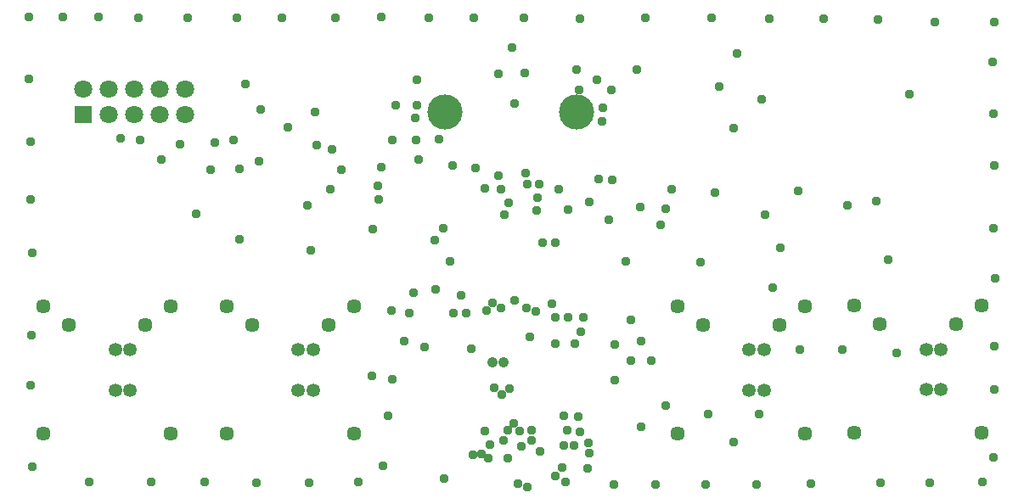
<source format=gbs>
G04*
G04 #@! TF.GenerationSoftware,Altium Limited,Altium Designer,21.2.2 (38)*
G04*
G04 Layer_Color=16711935*
%FSLAX25Y25*%
%MOIN*%
G70*
G04*
G04 #@! TF.SameCoordinates,A8DC1787-E1FC-4306-BF81-433DAE83029F*
G04*
G04*
G04 #@! TF.FilePolarity,Negative*
G04*
G01*
G75*
%ADD33C,0.04173*%
%ADD34C,0.05709*%
%ADD35C,0.05315*%
%ADD36C,0.07087*%
%ADD37R,0.07087X0.07087*%
%ADD38C,0.13780*%
%ADD39C,0.03740*%
D33*
X189764Y54331D02*
D03*
X194095D02*
D03*
D34*
X371828Y69195D02*
D03*
X341828D02*
D03*
X381828Y26479D02*
D03*
X331828D02*
D03*
X381828Y76479D02*
D03*
X331828D02*
D03*
X13409Y76279D02*
D03*
X63409D02*
D03*
X13409Y26280D02*
D03*
X63409D02*
D03*
X23409Y68996D02*
D03*
X53409D02*
D03*
X302402D02*
D03*
X272402D02*
D03*
X312402Y26280D02*
D03*
X262402D02*
D03*
X312402Y76279D02*
D03*
X262402D02*
D03*
X125236Y68996D02*
D03*
X95236D02*
D03*
X135236Y26280D02*
D03*
X85236D02*
D03*
X135236Y76279D02*
D03*
X85236D02*
D03*
D35*
X359978Y59353D02*
D03*
Y43605D02*
D03*
X365883D02*
D03*
Y59353D02*
D03*
X47464Y59153D02*
D03*
X41558Y43406D02*
D03*
X47464D02*
D03*
X41558Y59153D02*
D03*
X290551D02*
D03*
Y43406D02*
D03*
X296457D02*
D03*
Y59153D02*
D03*
X113386D02*
D03*
Y43406D02*
D03*
X119291D02*
D03*
Y59153D02*
D03*
D36*
X69055Y161516D02*
D03*
X59055D02*
D03*
X69055Y151516D02*
D03*
X59055D02*
D03*
X49055Y161516D02*
D03*
Y151516D02*
D03*
X29055Y161516D02*
D03*
X39055Y151516D02*
D03*
Y161516D02*
D03*
D37*
X29055Y151516D02*
D03*
D38*
X170984Y152539D02*
D03*
X222716Y152539D02*
D03*
D39*
X173071Y93996D02*
D03*
X179331Y73622D02*
D03*
X177281Y80560D02*
D03*
X167514Y82974D02*
D03*
X204350Y64372D02*
D03*
X174409Y73622D02*
D03*
X158563Y81693D02*
D03*
X168855Y141831D02*
D03*
X159252Y150394D02*
D03*
X160039Y155217D02*
D03*
X197237Y178030D02*
D03*
X198327Y156028D02*
D03*
X202354Y167811D02*
D03*
X192027Y167642D02*
D03*
X150000Y74592D02*
D03*
X194437Y112167D02*
D03*
X207283Y119095D02*
D03*
X203248Y124138D02*
D03*
X202756Y128609D02*
D03*
X207087Y113878D02*
D03*
X196063Y117028D02*
D03*
X192913Y122146D02*
D03*
X192126Y127657D02*
D03*
X146653Y13484D02*
D03*
X187303Y74606D02*
D03*
X213071Y77461D02*
D03*
X198425Y78740D02*
D03*
X190419Y44243D02*
D03*
X163189Y60138D02*
D03*
X189676Y77495D02*
D03*
X193071Y75492D02*
D03*
X150461Y47486D02*
D03*
X170430Y106988D02*
D03*
X166931Y102263D02*
D03*
X299843Y83563D02*
D03*
X345036Y94488D02*
D03*
X348232Y57956D02*
D03*
X326926Y59252D02*
D03*
X310549Y59252D02*
D03*
X302615Y99213D02*
D03*
X236813Y125857D02*
D03*
X231552Y126181D02*
D03*
X271414Y93799D02*
D03*
X242182Y93898D02*
D03*
X294446Y33957D02*
D03*
X248087Y28937D02*
D03*
X284308Y23031D02*
D03*
X274374Y34021D02*
D03*
X257697Y37356D02*
D03*
X142651Y106569D02*
D03*
X118461Y98327D02*
D03*
X90491Y102518D02*
D03*
X73481Y112697D02*
D03*
X353501Y159547D02*
D03*
X295472Y157579D02*
D03*
X285630Y175787D02*
D03*
X246519Y169327D02*
D03*
X278839Y162500D02*
D03*
X284547Y146260D02*
D03*
X309813Y121793D02*
D03*
X296611Y112303D02*
D03*
X277123Y120965D02*
D03*
X257665Y114569D02*
D03*
X259997Y122146D02*
D03*
X255666Y108169D02*
D03*
X247595Y115256D02*
D03*
X227812Y117421D02*
D03*
X235390Y110335D02*
D03*
X219403Y114341D02*
D03*
X215784Y122441D02*
D03*
X208028Y124213D02*
D03*
X385981Y172343D02*
D03*
X386276Y152067D02*
D03*
X386572Y131791D02*
D03*
X386337Y106925D02*
D03*
X386965Y87303D02*
D03*
X386670Y60532D02*
D03*
X386769Y43602D02*
D03*
X386276Y17028D02*
D03*
X382144Y7144D02*
D03*
X361473Y6890D02*
D03*
X341887Y6988D02*
D03*
X314721Y6496D02*
D03*
X293363Y6299D02*
D03*
X273481Y6201D02*
D03*
X253796D02*
D03*
X237457Y6299D02*
D03*
X137064Y7283D02*
D03*
X117772Y7087D02*
D03*
X97005D02*
D03*
X76828Y7185D02*
D03*
X55863D02*
D03*
X31453Y7382D02*
D03*
X9209Y13386D02*
D03*
X8422Y45374D02*
D03*
X8816Y64961D02*
D03*
X9013Y97146D02*
D03*
X8520Y118405D02*
D03*
X8324Y140847D02*
D03*
X7831Y165748D02*
D03*
X386670Y187894D02*
D03*
X363442Y188091D02*
D03*
X341198Y189075D02*
D03*
X319741Y189272D02*
D03*
X298383Y189370D02*
D03*
X275843Y189469D02*
D03*
X249564D02*
D03*
X223973Y189370D02*
D03*
X201926Y189567D02*
D03*
X182536Y189469D02*
D03*
X164820Y189764D02*
D03*
X146217Y189862D02*
D03*
X127910Y189764D02*
D03*
X107142D02*
D03*
X89524D02*
D03*
X70135Y189665D02*
D03*
X50843D02*
D03*
X34997Y189862D02*
D03*
X21203Y189906D02*
D03*
X7831Y189961D02*
D03*
X214340Y71961D02*
D03*
X142377Y49006D02*
D03*
X186618Y122663D02*
D03*
X183127Y130512D02*
D03*
X174195Y131507D02*
D03*
X126713Y137929D02*
D03*
X130503Y129981D02*
D03*
X125942Y122441D02*
D03*
X146085Y130875D02*
D03*
X144663Y123664D02*
D03*
X145036Y118405D02*
D03*
X156890Y73646D02*
D03*
X154975Y62766D02*
D03*
X181299Y59768D02*
D03*
X206693Y74311D02*
D03*
X203071Y75492D02*
D03*
X226969Y12622D02*
D03*
X218504Y7406D02*
D03*
X214499Y9728D02*
D03*
X217126Y13114D02*
D03*
X217843Y21503D02*
D03*
X227658Y18528D02*
D03*
X217815Y33193D02*
D03*
X224016Y26992D02*
D03*
X218996Y27583D02*
D03*
X227461Y22760D02*
D03*
X203277Y5217D02*
D03*
X193283Y41545D02*
D03*
X196457Y44015D02*
D03*
X120141Y152788D02*
D03*
X120866Y139567D02*
D03*
X109350Y146752D02*
D03*
X98817Y153662D02*
D03*
X92816Y163508D02*
D03*
X98176Y133212D02*
D03*
X88155Y141776D02*
D03*
X90453Y130217D02*
D03*
X80814Y140786D02*
D03*
X78892Y129833D02*
D03*
X67006Y140087D02*
D03*
X59782Y133969D02*
D03*
X51509Y141718D02*
D03*
X43799Y142224D02*
D03*
X223862Y161417D02*
D03*
X236221D02*
D03*
X230806Y165354D02*
D03*
X222716Y169291D02*
D03*
X160039Y165354D02*
D03*
X151730Y155417D02*
D03*
X150379Y141732D02*
D03*
X160827Y134055D02*
D03*
X159702Y141732D02*
D03*
X188827Y21945D02*
D03*
X186679Y27381D02*
D03*
X193898Y23622D02*
D03*
X208366Y19200D02*
D03*
X200893Y21414D02*
D03*
X204921Y23622D02*
D03*
Y27559D02*
D03*
X200231Y27328D02*
D03*
X195669Y27559D02*
D03*
X251969Y55118D02*
D03*
X237784Y47155D02*
D03*
X244094Y55118D02*
D03*
X248031Y62797D02*
D03*
X244094Y70866D02*
D03*
X214340Y61789D02*
D03*
X221939D02*
D03*
X224410Y66144D02*
D03*
X225479Y71961D02*
D03*
X181890Y18021D02*
D03*
X199803Y6791D02*
D03*
X340453Y117717D02*
D03*
X329035Y115945D02*
D03*
X223299Y32945D02*
D03*
X232776Y148819D02*
D03*
X232972Y154134D02*
D03*
X219340Y71961D02*
D03*
X198035Y30390D02*
D03*
X185236Y18406D02*
D03*
X187894Y16634D02*
D03*
X195571Y16508D02*
D03*
X221850Y21579D02*
D03*
X148819Y33268D02*
D03*
X170669Y8661D02*
D03*
X237784Y61222D02*
D03*
X214469Y101279D02*
D03*
X209449D02*
D03*
X117028Y115847D02*
D03*
M02*

</source>
